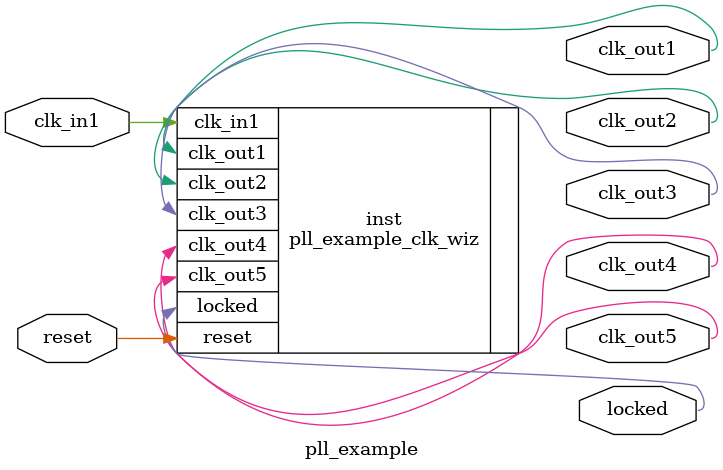
<source format=v>


`timescale 1ps/1ps

(* CORE_GENERATION_INFO = "pll_example,clk_wiz_v6_0_2_0_0,{component_name=pll_example,use_phase_alignment=true,use_min_o_jitter=false,use_max_i_jitter=false,use_dyn_phase_shift=false,use_inclk_switchover=false,use_dyn_reconfig=false,enable_axi=0,feedback_source=FDBK_AUTO,PRIMITIVE=MMCM,num_out_clk=5,clkin1_period=20.000,clkin2_period=10.0,use_power_down=false,use_reset=true,use_locked=true,use_inclk_stopped=false,feedback_type=SINGLE,CLOCK_MGR_TYPE=NA,manual_override=false}" *)

module pll_example 
 (
  // Clock out ports
  output        clk_out1,
  output        clk_out2,
  output        clk_out3,
  output        clk_out4,
  output        clk_out5,
  // Status and control signals
  input         reset,
  output        locked,
 // Clock in ports
  input         clk_in1
 );

  pll_example_clk_wiz inst
  (
  // Clock out ports  
  .clk_out1(clk_out1),
  .clk_out2(clk_out2),
  .clk_out3(clk_out3),
  .clk_out4(clk_out4),
  .clk_out5(clk_out5),
  // Status and control signals               
  .reset(reset), 
  .locked(locked),
 // Clock in ports
  .clk_in1(clk_in1)
  );

endmodule

</source>
